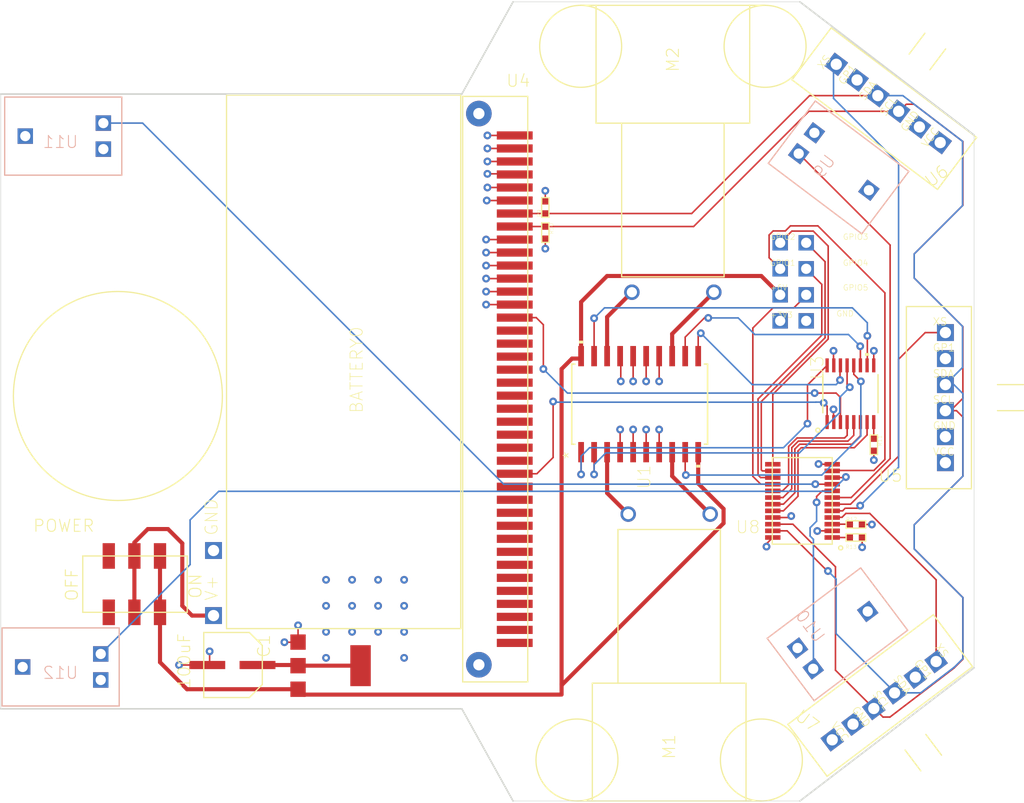
<source format=kicad_pcb>
(kicad_pcb (version 20211014) (generator pcbnew)
  (layers (0 "F.Cu" signal) (1 "In1.Cu" signal) (2 "In2.Cu" signal) (31 "B.Cu" signal) (34 "B.Paste" user) (35 "F.Paste" user) (36 "B.SilkS" user "B.Silkscreen") (37 "F.SilkS" user "F.Silkscreen") (38 "B.Mask" user) (39 "F.Mask" user) (44 "Edge.Cuts" user))
  (net 0 "")
  (net 1 "N$5")
  (net 2 "N$6")
  (net 3 "N$7")
  (net 4 "N$8")
  (net 5 "GND")
  (net 6 "+3V3")
  (net 7 "+5V")
  (net 8 "N$1")
  (net 9 "N$2")
  (net 10 "N$3")
  (net 11 "N$4")
  (net 12 "N$10")
  (net 13 "N$12")
  (net 14 "N$14")
  (net 15 "N$16")
  (net 16 "N$17")
  (net 17 "N$9")
  (net 18 "N$11")
  (net 19 "SCL")
  (net 20 "SDA")
  (net 21 "XS1")
  (net 22 "XS2")
  (net 23 "XS3")
  (net 24 "NW")
  (net 25 "NE")
  (net 26 "SW")
  (net 27 "SE")
  (net 28 "N$13")
  (net 29 "IO1")
  (net 30 "IO2")
  (net 31 "IO3")
  (net 32 "IO4")
  (net 33 "IO5")
  (net 34 "INPUT_1")
  (net 35 "INPUT_2")
  (net 36 "INPUT_3")
  (net 37 "INPUT_4")
  (footprint "SO-20" (layer "F.Cu") (at 163.3581 105.2686 90)
    (fp_text reference "U1")
    (fp_text value "L293DD" hide)
  )
  (footprint "VL53LOX" (layer "F.Cu") (at 193.2031 110.9836 180)
    (fp_text reference "U5")
    (fp_text value "VL53LOX - Right" hide)
  )
  (footprint "24-TSSOP" (layer "F.Cu") (at 182.1541 118.2861 180)
    (fp_text reference "U8")
    (fp_text value "TCA9539PWR" hide)
  )
  (footprint "" (layer "F.Cu") (at 103.5411 86.7836)
    (fp_text reference "@HOLE0" hide)
    (fp_text value "")
  )
  (footprint "" (layer "F.Cu") (at 103.5411 123.2236)
    (fp_text reference "@HOLE1" hide)
    (fp_text value "")
  )
  (footprint "N20-MOTOR-BRACKET" (layer "F.Cu") (at 157.2411 140.0036 90)
    (fp_text reference "M1")
    (fp_text value "N20_MOTOR" hide)
  )
  (footprint "RES_0402" (layer "F.Cu") (at 154.1506 87.9331 -90)
    (fp_text reference "R10")
    (fp_text value "10k" hide)
  )
  (footprint "RES_0402" (layer "F.Cu") (at 183.8686 118.2861)
    (fp_text reference "R13")
    (fp_text value "10k" hide)
  )
  (footprint "CYCLONE_MICROBIT_VERTICAL" (layer "F.Cu") (at 151.1661 79.0431 -90)
    (fp_text reference "U4")
    (fp_text value "BBC Micro:bit" hide)
  )
  (footprint "N20-MOTOR-BRACKET" (layer "F.Cu") (at 175.6011 70.3436 -90)
    (fp_text reference "M2")
    (fp_text value "N20_MOTOR" hide)
  )
  (footprint "" (layer "F.Cu") (at 193.0011 118.2236)
    (fp_text reference "@HOLE3" hide)
    (fp_text value "")
  )
  (footprint "RES_0402" (layer "F.Cu") (at 154.1506 86.6631 90)
    (fp_text reference "R9")
    (fp_text value "10k" hide)
  )
  (footprint "ALUMINUM_WURTH_100UF_865080243007" (layer "F.Cu") (at 125.2581 130.7321 -90)
    (fp_text reference "C1")
    (fp_text value "100uF")
  )
  (footprint "PW16-L" (layer "F.Cu") (at 183.9321 104.2526 90)
    (fp_text reference "U3")
    (fp_text value "TXB0106PWRPW16-L" hide)
  )
  (footprint "VL53LOX" (layer "F.Cu") (at 182.1541 138.0346 127)
    (fp_text reference "U7")
    (fp_text value "VL53LOX - Left" hide)
  )
  (footprint "CASTER" (layer "F.Cu") (at 112.4311 94.4736)
    (fp_text reference "U$1" hide)
    (fp_text value "CASTER" hide)
  )
  (footprint "RES_0402" (layer "F.Cu") (at 183.8686 117.0161)
    (fp_text reference "R12")
    (fp_text value "10k" hide)
  )
  (footprint "SUMO_IO" (layer "F.Cu") (at 177.0741 97.1406 90)
    (fp_text reference "U$3" hide)
    (fp_text value "SUMO_IO" hide)
  )
  (footprint "" (layer "F.Cu") (at 193.0011 91.7836)
    (fp_text reference "@HOLE2" hide)
    (fp_text value "")
  )
  (footprint "SOT-223" (layer "F.Cu") (at 136.1166 130.7956 -90)
    (fp_text reference "U2" hide)
    (fp_text value "" hide)
  )
  (footprint "SWITCH_JS202011SCQN" (layer "F.Cu") (at 111.5421 125.5886 90)
    (fp_text reference "S1" hide)
    (fp_text value "POWER")
  )
  (footprint "BATTERY_HOLDER_AAA_2X2" (layer "F.Cu") (at 145.8956 127.1761 90)
    (fp_text reference "BATTERY0")
    (fp_text value "BATTERY_HOLDER_AAA_2X2" hide)
  )
  (footprint "RES_0402" (layer "F.Cu") (at 186.2181 108.6341 -90)
    (fp_text reference "R11")
    (fp_text value "10k" hide)
  )
  (footprint "VL53LOX" (layer "F.Cu") (at 192.6951 79.7416 -127)
    (fp_text reference "U6")
    (fp_text value "VL53LOX - Center" hide)
  )
  (footprint "QRE1113_MODULE" (layer "B.Cu") (at 180.5031 75.6776 -37)
    (fp_text reference "U9")
    (fp_text value "NW" hide)
  )
  (footprint "QRE1113_MODULE" (layer "B.Cu") (at 175.8041 128.1286 37)
    (fp_text reference "U10")
    (fp_text value "NE" hide)
  )
  (footprint "QRE1113_MODULE" (layer "B.Cu") (at 112.8121 82.9166 180)
    (fp_text reference "U11")
    (fp_text value "SW" hide)
  )
  (footprint "QRE1113_MODULE" (layer "B.Cu") (at 112.5581 134.7326 180)
    (fp_text reference "U12")
    (fp_text value "SE" hide)
  )
  (gr_line (start 101.0011 135.0036) (end 146.0011 135.0036) (layer "Edge.Cuts") (width 0.1524))
  (gr_line (start 146.0011 135.0036) (end 151.0011 144.0036) (layer "Edge.Cuts") (width 0.1524))
  (gr_line (start 146.0011 75.0036) (end 101.0011 75.0036) (layer "Edge.Cuts") (width 0.1524))
  (gr_line (start 179.0011 144.0036) (end 196.0011 131.0036) (layer "Edge.Cuts") (width 0.1524))
  (gr_line (start 196.0011 131.0036) (end 196.0011 79.0036) (layer "Edge.Cuts") (width 0.05))
  (gr_line (start 179.0011 66.0036) (end 151.0011 66.0036) (layer "Edge.Cuts") (width 0.05))
  (gr_line (start 101.0011 75.0036) (end 101.0011 135.0036) (layer "Edge.Cuts") (width 0.05))
  (gr_line (start 179.0011 66.0036) (end 196.0011 79.0036) (layer "Edge.Cuts") (width 0.1524))
  (gr_line (start 146.0011 75.0036) (end 151.0011 66.0036) (layer "Edge.Cuts") (width 0.1524))
  (gr_line (start 151.0011 144.0036) (end 179.0011 144.0036) (layer "Edge.Cuts") (width 0.05))
  (segment (start 160.1831 113.9456) (end 162.2411 116.0036) (width 0.4) (layer "F.Cu") (net 1))
  (segment (start 160.1831 109.9549) (end 160.1831 113.9456) (width 0.4) (layer "F.Cu") (net 1))
  (segment (start 166.5331 112.2956) (end 170.2411 116.0036) (width 0.4) (layer "F.Cu") (net 2))
  (segment (start 166.5331 109.9549) (end 166.5331 112.2956) (width 0.4) (layer "F.Cu") (net 2))
  (segment (start 166.5331 100.5823) (end 166.5331 98.4116) (width 0.4) (layer "F.Cu") (net 3))
  (segment (start 166.5331 98.4116) (end 170.6011 94.3436) (width 0.4) (layer "F.Cu") (net 3))
  (segment (start 160.1831 96.7616) (end 162.6011 94.3436) (width 0.4) (layer "F.Cu") (net 4))
  (segment (start 160.1831 100.5823) (end 160.1831 96.7616) (width 0.4) (layer "F.Cu") (net 4))
  (segment (start 151.1661 84.1231) (end 148.4991 84.1231) (width 0.1524) (layer "F.Cu") (net 5))
  (segment (start 151.1026 82.7896) (end 148.4991 82.7896) (width 0.1524) (layer "F.Cu") (net 5))
  (segment (start 151.1661 82.8531) (end 151.1026 82.7896) (width 0.1524) (layer "F.Cu") (net 5))
  (segment (start 180.7086 117.6361) (end 180.6936 117.6511) (width 0.1524) (layer "F.Cu") (net 5))
  (segment (start 162.7231 100.5823) (end 162.7231 103.0461) (width 0.1524) (layer "F.Cu") (net 5))
  (segment (start 165.2631 100.5823) (end 165.2631 103.0461) (width 0.1524) (layer "F.Cu") (net 5))
  (segment (start 121.3846 129.3986) (end 121.3846 130.5056) (width 0.1524) (layer "F.Cu") (net 5))
  (segment (start 151.1661 81.5831) (end 148.4991 81.5831) (width 0.1524) (layer "F.Cu") (net 5))
  (segment (start 121.3846 130.5056) (end 121.1581 130.7321) (width 0.1524) (layer "F.Cu") (net 5))
  (segment (start 161.4531 109.9549) (end 161.4531 107.7451) (width 0.1524) (layer "F.Cu") (net 5))
  (segment (start 162.7231 109.9549) (end 162.7231 107.7451) (width 0.1524) (layer "F.Cu") (net 5))
  (segment (start 130.0166 126.8626) (end 130.0206 126.8586) (width 0.1524) (layer "F.Cu") (net 5))
  (segment (start 151.1661 85.3931) (end 148.4356 85.3931) (width 0.1524) (layer "F.Cu") (net 5))
  (segment (start 151.1661 79.0431) (end 148.4991 79.0431) (width 0.1524) (layer "F.Cu") (net 5))
  (segment (start 163.9931 100.5823) (end 163.9931 103.0461) (width 0.1524) (layer "F.Cu") (net 5))
  (segment (start 161.4531 100.5823) (end 161.5166 100.6458) (width 0.1524) (layer "F.Cu") (net 5))
  (segment (start 186.2071 101.4832) (end 186.2071 100.0726) (width 0.1524) (layer "F.Cu") (net 5))
  (segment (start 182.1541 117.6361) (end 180.7086 117.6361) (width 0.1524) (layer "F.Cu") (net 5))
  (segment (start 163.9931 109.9549) (end 163.9931 107.7451) (width 0.1524) (layer "F.Cu") (net 5))
  (segment (start 176.3541 116.3361) (end 178.0081 116.3361) (width 0.1524) (layer "F.Cu") (net 5))
  (segment (start 182.1541 111.1361) (end 180.8461 111.1361) (width 0.1524) (layer "F.Cu") (net 5))
  (segment (start 151.1661 80.3131) (end 148.4991 80.3131) (width 0.1524) (layer "F.Cu") (net 5))
  (segment (start 121.1581 130.7321) (end 118.4001 130.7321) (width 0.1524) (layer "F.Cu") (net 5))
  (segment (start 161.5166 100.6458) (end 161.5166 103.0461) (width 0.1524) (layer "F.Cu") (net 5))
  (segment (start 165.2631 109.9549) (end 165.2631 107.7451) (width 0.1524) (layer "F.Cu") (net 5))
  (segment (start 178.0081 116.3361) (end 178.1536 116.1906) (width 0.1524) (layer "F.Cu") (net 5))
  (segment (start 186.2071 100.0726) (end 186.2181 100.0616) (width 0.1524) (layer "F.Cu") (net 5))
  (segment (start 130.0026 128.5096) (end 130.0166 128.4956) (width 0.1524) (layer "F.Cu") (net 5))
  (segment (start 128.6871 128.5096) (end 130.0026 128.5096) (width 0.1524) (layer "F.Cu") (net 5))
  (segment (start 130.0166 128.4956) (end 130.0166 126.8626) (width 0.1524) (layer "F.Cu") (net 5))
  (segment (start 180.8461 111.1361) (end 180.8206 111.1106) (width 0.1524) (layer "F.Cu") (net 5))
  (via (at 148.4991 84.1231) (size 0.7564) (drill 0.35) (layers "F.Cu" "B.Cu") (net 5))
  (via (at 161.4531 107.7451) (size 0.7564) (drill 0.35) (layers "F.Cu" "B.Cu") (net 5))
  (via (at 148.4991 81.5831) (size 0.7564) (drill 0.35) (layers "F.Cu" "B.Cu") (net 5))
  (via (at 118.4001 130.7321) (size 0.7564) (drill 0.35) (layers "F.Cu" "B.Cu") (net 5))
  (via (at 121.3846 129.3986) (size 0.7564) (drill 0.35) (layers "F.Cu" "B.Cu") (net 5))
  (via (at 186.2181 100.0616) (size 0.7564) (drill 0.35) (layers "F.Cu" "B.Cu") (net 5))
  (via (at 180.6936 117.6511) (size 0.7564) (drill 0.35) (layers "F.Cu" "B.Cu") (net 5))
  (via (at 163.9931 107.7451) (size 0.7564) (drill 0.35) (layers "F.Cu" "B.Cu") (net 5))
  (via (at 148.4991 80.3131) (size 0.7564) (drill 0.35) (layers "F.Cu" "B.Cu") (net 5))
  (via (at 165.2631 107.7451) (size 0.7564) (drill 0.35) (layers "F.Cu" "B.Cu") (net 5))
  (via (at 130.0206 126.8586) (size 0.7564) (drill 0.35) (layers "F.Cu" "B.Cu") (net 5))
  (via (at 165.2631 103.0461) (size 0.7564) (drill 0.35) (layers "F.Cu" "B.Cu") (net 5))
  (via (at 161.5166 103.0461) (size 0.7564) (drill 0.35) (layers "F.Cu" "B.Cu") (net 5))
  (via (at 162.7231 103.0461) (size 0.7564) (drill 0.35) (layers "F.Cu" "B.Cu") (net 5))
  (via (at 148.4356 85.3931) (size 0.7564) (drill 0.35) (layers "F.Cu" "B.Cu") (net 5))
  (via (at 178.1536 116.1906) (size 0.7564) (drill 0.35) (layers "F.Cu" "B.Cu") (net 5))
  (via (at 128.6871 128.5096) (size 0.7564) (drill 0.35) (layers "F.Cu" "B.Cu") (net 5))
  (via (at 162.7231 107.7451) (size 0.7564) (drill 0.35) (layers "F.Cu" "B.Cu") (net 5))
  (via (at 163.9931 103.0461) (size 0.7564) (drill 0.35) (layers "F.Cu" "B.Cu") (net 5))
  (via (at 180.8206 111.1106) (size 0.7564) (drill 0.35) (layers "F.Cu" "B.Cu") (net 5))
  (via (at 148.4991 82.7896) (size 0.7564) (drill 0.35) (layers "F.Cu" "B.Cu") (net 5))
  (via (at 148.4991 79.0431) (size 0.7564) (drill 0.35) (layers "F.Cu" "B.Cu") (net 5))
  (segment (start 182.2811 106.996) (end 182.2811 105.7766) (width 0.1524) (layer "F.Cu") (net 6))
  (segment (start 151.1661 95.5531) (end 148.3721 95.5531) (width 0.1524) (layer "F.Cu") (net 6))
  (segment (start 151.1661 93.0131) (end 148.3721 93.0131) (width 0.1524) (layer "F.Cu") (net 6))
  (segment (start 151.1661 89.2031) (end 148.3721 89.2031) (width 0.1524) (layer "F.Cu") (net 6))
  (segment (start 186.2181 109.8281) (end 186.2181 110.7296) (width 0.1524) (layer "F.Cu") (net 6))
  (segment (start 154.1506 89.1271) (end 154.1506 90.0921) (width 0.1524) (layer "F.Cu") (net 6))
  (segment (start 185.0751 118.2986) (end 185.0751 119.2386) (width 0.1524) (layer "F.Cu") (net 6))
  (segment (start 182.3071 107.022) (end 182.2811 106.996) (width 0.1524) (layer "F.Cu") (net 6))
  (segment (start 185.0626 117.0161) (end 186.0276 117.0161) (width 0.1524) (layer "F.Cu") (net 6))
  (segment (start 151.1661 91.7431) (end 148.3721 91.7431) (width 0.1524) (layer "F.Cu") (net 6))
  (segment (start 185.0626 118.2861) (end 185.0751 118.2986) (width 0.1524) (layer "F.Cu") (net 6))
  (segment (start 130.0166 130.7956) (end 136.1166 130.7956) (width 0.4) (layer "F.Cu") (net 6))
  (segment (start 175.7406 118.8996) (end 175.7406 119.1751) (width 0.1524) (layer "F.Cu") (net 6))
  (segment (start 129.9531 130.7321) (end 126.0581 130.7321) (width 0.4) (layer "F.Cu") (net 6))
  (segment (start 151.1661 90.4731) (end 148.3721 90.4731) (width 0.1524) (layer "F.Cu") (net 6))
  (segment (start 176.3541 118.2861) (end 175.7406 118.8996) (width 0.1524) (layer "F.Cu") (net 6))
  (segment (start 154.1506 85.4691) (end 154.1506 84.4406) (width 0.1524) (layer "F.Cu") (net 6))
  (segment (start 151.1661 94.2831) (end 148.3721 94.2831) (width 0.1524) (layer "F.Cu") (net 6))
  (segment (start 129.9531 130.7321) (end 130.0166 130.7956) (width 0.1524) (layer "F.Cu") (net 6))
  (via (at 186.2181 110.7296) (size 0.7564) (drill 0.35) (layers "F.Cu" "B.Cu") (net 6))
  (via (at 148.3721 90.4731) (size 0.7564) (drill 0.35) (layers "F.Cu" "B.Cu") (net 6))
  (via (at 137.8311 124.9536) (size 0.7564) (drill 0.35) (layers "F.Cu" "B.Cu") (net 6))
  (via (at 135.2911 124.9536) (size 0.7564) (drill 0.35) (layers "F.Cu" "B.Cu") (net 6))
  (via (at 182.2811 105.7766) (size 0.7564) (drill 0.35) (layers "F.Cu" "B.Cu") (net 6))
  (via (at 154.1506 84.4406) (size 0.7564) (drill 0.35) (layers "F.Cu" "B.Cu") (net 6))
  (via (at 140.3711 130.0336) (size 0.7564) (drill 0.35) (layers "F.Cu" "B.Cu") (net 6))
  (via (at 140.3711 124.9536) (size 0.7564) (drill 0.35) (layers "F.Cu" "B.Cu") (net 6))
  (via (at 135.2911 127.4936) (size 0.7564) (drill 0.35) (layers "F.Cu" "B.Cu") (net 6))
  (via (at 135.2911 122.4136) (size 0.7564) (drill 0.35) (layers "F.Cu" "B.Cu") (net 6))
  (via (at 148.3721 91.7431) (size 0.7564) (drill 0.35) (layers "F.Cu" "B.Cu") (net 6))
  (via (at 132.7511 127.4936) (size 0.7564) (drill 0.35) (layers "F.Cu" "B.Cu") (net 6))
  (via (at 148.3721 95.5531) (size 0.7564) (drill 0.35) (layers "F.Cu" "B.Cu") (net 6))
  (via (at 137.8311 122.4136) (size 0.7564) (drill 0.35) (layers "F.Cu" "B.Cu") (net 6))
  (via (at 185.0751 119.2386) (size 0.7564) (drill 0.35) (layers "F.Cu" "B.Cu") (net 6))
  (via (at 154.1506 90.0921) (size 0.7564) (drill 0.35) (layers "F.Cu" "B.Cu") (net 6))
  (via (at 132.7511 124.9536) (size 0.7564) (drill 0.35) (layers "F.Cu" "B.Cu") (net 6))
  (via (at 175.7406 119.1751) (size 0.7564) (drill 0.35) (layers "F.Cu" "B.Cu") (net 6))
  (via (at 140.3711 122.4136) (size 0.7564) (drill 0.35) (layers "F.Cu" "B.Cu") (net 6))
  (via (at 140.3711 127.4936) (size 0.7564) (drill 0.35) (layers "F.Cu" "B.Cu") (net 6))
  (via (at 132.7511 130.0336) (size 0.7564) (drill 0.35) (layers "F.Cu" "B.Cu") (net 6))
  (via (at 137.8311 127.4936) (size 0.7564) (drill 0.35) (layers "F.Cu" "B.Cu") (net 6))
  (via (at 148.3721 89.2031) (size 0.7564) (drill 0.35) (layers "F.Cu" "B.Cu") (net 6))
  (via (at 132.7511 122.4136) (size 0.7564) (drill 0.35) (layers "F.Cu" "B.Cu") (net 6))
  (via (at 186.0276 117.0161) (size 0.7564) (drill 0.35) (layers "F.Cu" "B.Cu") (net 6))
  (via (at 148.3721 93.0131) (size 0.7564) (drill 0.35) (layers "F.Cu" "B.Cu") (net 6))
  (via (at 148.3721 94.2831) (size 0.7564) (drill 0.35) (layers "F.Cu" "B.Cu") (net 6))
  (segment (start 171.5496 116.8891) (end 171.5496 115.4921) (width 0.4) (layer "F.Cu") (net 7))
  (segment (start 157.6431 100.5823) (end 157.4018 100.8236) (width 0.1524) (layer "F.Cu") (net 7))
  (segment (start 155.7381 133.6202) (end 155.6111 133.6202) (width 0.1524) (layer "F.Cu") (net 7))
  (segment (start 130.0166 133.0956) (end 130.5412 133.6202) (width 0.1524) (layer "F.Cu") (net 7))
  (segment (start 119.1761 133.0956) (end 130.0166 133.0956) (width 0.4) (layer "F.Cu") (net 7))
  (segment (start 155.7381 132.6371) (end 155.7381 133.6202) (width 0.4) (layer "F.Cu") (net 7))
  (segment (start 157.4018 100.8236) (end 156.7541 100.8236) (width 0.4) (layer "F.Cu") (net 7))
  (segment (start 155.8016 132.6371) (end 171.5496 116.8891) (width 0.4) (layer "F.Cu") (net 7))
  (segment (start 155.7381 132.5736) (end 155.7381 132.6371) (width 0.1524) (layer "F.Cu") (net 7))
  (segment (start 160.1831 92.7591) (end 157.6431 95.2991) (width 0.4) (layer "F.Cu") (net 7))
  (segment (start 156.7541 100.8236) (end 155.7381 101.8396) (width 0.4) (layer "F.Cu") (net 7))
  (segment (start 155.7381 132.6371) (end 155.8016 132.6371) (width 0.4) (layer "F.Cu") (net 7))
  (segment (start 182.2811 101.457197) (end 182.2811 100.0616) (width 0.1524) (layer "F.Cu") (net 7))
  (segment (start 175.2326 92.7591) (end 160.1831 92.7591) (width 0.4) (layer "F.Cu") (net 7))
  (segment (start 116.5421 130.4616) (end 119.1761 133.0956) (width 0.4) (layer "F.Cu") (net 7))
  (segment (start 169.0731 113.0156) (end 169.0731 109.9549) (width 0.4) (layer "F.Cu") (net 7))
  (segment (start 157.6431 95.2991) (end 157.6431 100.5823) (width 0.4) (layer "F.Cu") (net 7))
  (segment (start 130.5412 133.6202) (end 155.6111 133.6202) (width 0.4) (layer "F.Cu") (net 7))
  (segment (start 177.0741 94.6006) (end 175.2326 92.7591) (width 0.4) (layer "F.Cu") (net 7))
  (segment (start 155.7381 101.8396) (end 155.7381 132.5736) (width 0.4) (layer "F.Cu") (net 7))
  (segment (start 116.5421 125.5886) (end 116.5421 130.4616) (width 0.4) (layer "F.Cu") (net 7))
  (segment (start 116.5421 120.0886) (end 116.5421 125.5886) (width 0.4) (layer "F.Cu") (net 7))
  (segment (start 182.307103 101.4832) (end 182.2811 101.457197) (width 0.1524) (layer "F.Cu") (net 7))
  (segment (start 171.5496 115.4921) (end 169.0731 113.0156) (width 0.4) (layer "F.Cu") (net 7))
  (via (at 182.2811 100.0616) (size 0.7564) (drill 0.35) (layers "F.Cu" "B.Cu") (net 7))
  (segment (start 179.7411 103.3992) (end 179.7411 107.1736) (width 0.1524) (layer "F.Cu") (net 8))
  (segment (start 157.6431 109.9549) (end 157.6431 112.1266) (width 0.1524) (layer "F.Cu") (net 8))
  (segment (start 181.6571 101.4832) (end 179.7411 103.3992) (width 0.1524) (layer "F.Cu") (net 8))
  (via (at 157.6431 112.1266) (size 0.7564) (drill 0.35) (layers "F.Cu" "B.Cu") (net 8))
  (via (at 179.7411 107.1736) (size 0.7564) (drill 0.35) (layers "F.Cu" "B.Cu") (net 8))
  (segment (start 158.4686 109.5231) (end 157.6431 110.3486) (width 0.1524) (layer "B.Cu") (net 8))
  (segment (start 157.6431 110.3486) (end 157.6431 112.1266) (width 0.1524) (layer "B.Cu") (net 8))
  (segment (start 177.3916 109.5231) (end 158.4686 109.5231) (width 0.1524) (layer "B.Cu") (net 8))
  (segment (start 179.7411 107.1736) (end 177.3916 109.5231) (width 0.1524) (layer "B.Cu") (net 8))
  (segment (start 182.9161 101.5242) (end 182.9571 101.4832) (width 0.1524) (layer "F.Cu") (net 9))
  (segment (start 169.0731 98.6011) (end 169.3271 98.3471) (width 0.1524) (layer "F.Cu") (net 9))
  (segment (start 169.0731 100.5823) (end 169.0731 98.6011) (width 0.1524) (layer "F.Cu") (net 9))
  (segment (start 182.9161 102.9191) (end 182.9161 101.5242) (width 0.1524) (layer "F.Cu") (net 9))
  (via (at 169.3271 98.3471) (size 0.7564) (drill 0.35) (layers "F.Cu" "B.Cu") (net 9))
  (via (at 182.9161 102.9191) (size 0.7564) (drill 0.35) (layers "F.Cu" "B.Cu") (net 9))
  (segment (start 182.5351 103.3636) (end 182.9161 102.9826) (width 0.1524) (layer "B.Cu") (net 9))
  (segment (start 174.3436 103.3636) (end 182.5351 103.3636) (width 0.1524) (layer "B.Cu") (net 9))
  (segment (start 169.3271 98.3471) (end 174.3436 103.3636) (width 0.1524) (layer "B.Cu") (net 9))
  (segment (start 182.9161 102.9826) (end 182.9161 102.9191) (width 0.1524) (layer "B.Cu") (net 9))
  (segment (start 183.607103 103.356104) (end 183.8686 103.6176) (width 0.1524) (layer "F.Cu") (net 10))
  (segment (start 183.607103 101.4832) (end 183.607103 103.356104) (width 0.1524) (layer "F.Cu") (net 10))
  (segment (start 158.9131 109.9549) (end 158.9131 112.1266) (width 0.1524) (layer "F.Cu") (net 10))
  (via (at 158.9131 112.1266) (size 0.7564) (drill 0.35) (layers "F.Cu" "B.Cu") (net 10))
  (via (at 183.8686 103.6176) (size 0.7564) (drill 0.35) (layers "F.Cu" "B.Cu") (net 10))
  (segment (start 182.8879 106.09145) (end 178.94825 110.0311) (width 0.1524) (layer "B.Cu") (net 10))
  (segment (start 182.8879 104.5983) (end 182.8879 106.09145) (width 0.1524) (layer "B.Cu") (net 10))
  (segment (start 158.9131 111.1741) (end 158.9131 112.1266) (width 0.1524) (layer "B.Cu") (net 10))
  (segment (start 178.94825 110.0311) (end 160.0561 110.0311) (width 0.1524) (layer "B.Cu") (net 10))
  (segment (start 183.8686 103.6176) (end 182.8879 104.5983) (width 0.1524) (layer "B.Cu") (net 10))
  (segment (start 160.0561 110.0311) (end 158.9131 111.1741) (width 0.1524) (layer "B.Cu") (net 10))
  (segment (start 167.8031 112.1266) (end 167.8031 109.9549) (width 0.1524) (layer "F.Cu") (net 11))
  (segment (start 184.2571 102.3551) (end 184.9481 103.0461) (width 0.1524) (layer "F.Cu") (net 11))
  (segment (start 167.8666 112.1901) (end 167.8031 112.1266) (width 0.1524) (layer "F.Cu") (net 11))
  (segment (start 184.2571 101.4832) (end 184.2571 102.3551) (width 0.1524) (layer "F.Cu") (net 11))
  (via (at 167.8666 112.1901) (size 0.7564) (drill 0.35) (layers "F.Cu" "B.Cu") (net 11))
  (via (at 184.9481 103.0461) (size 0.7564) (drill 0.35) (layers "F.Cu" "B.Cu") (net 11))
  (segment (start 184.9481 108.3801) (end 181.1381 112.1901) (width 0.1524) (layer "B.Cu") (net 11))
  (segment (start 181.1381 112.1901) (end 167.8666 112.1901) (width 0.1524) (layer "B.Cu") (net 11))
  (segment (start 184.9481 103.0461) (end 184.9481 108.3801) (width 0.1524) (layer "B.Cu") (net 11))
  (segment (start 184.9071 99.6396) (end 184.9071 101.4832) (width 0.1524) (layer "F.Cu") (net 12))
  (segment (start 167.8031 100.5823) (end 167.8031 98.7281) (width 0.1524) (layer "F.Cu") (net 12))
  (segment (start 167.8031 98.7281) (end 169.86685 96.66435) (width 0.1524) (layer "F.Cu") (net 12))
  (segment (start 169.86685 96.66435) (end 170.05735 96.85485) (width 0.1524) (layer "F.Cu") (net 12))
  (segment (start 184.8846 99.6171) (end 184.9071 99.6396) (width 0.1524) (layer "F.Cu") (net 12))
  (via (at 170.05735 96.85485) (size 0.7564) (drill 0.35) (layers "F.Cu" "B.Cu") (net 12))
  (via (at 184.8846 99.6171) (size 0.7564) (drill 0.35) (layers "F.Cu" "B.Cu") (net 12))
  (segment (start 183.7416 98.4741) (end 184.8846 99.6171) (width 0.1524) (layer "B.Cu") (net 12))
  (segment (start 170.05735 96.85485) (end 172.97835 96.85485) (width 0.1524) (layer "B.Cu") (net 12))
  (segment (start 174.5976 98.4741) (end 172.97835 96.85485) (width 0.1524) (layer "B.Cu") (net 12))
  (segment (start 174.5976 98.4741) (end 183.7416 98.4741) (width 0.1524) (layer "B.Cu") (net 12))
  (segment (start 185.5831 98.6011) (end 185.5831 101.4572) (width 0.1524) (layer "F.Cu") (net 13))
  (segment (start 158.9131 100.5823) (end 158.9131 96.8866) (width 0.1524) (layer "F.Cu") (net 13))
  (segment (start 185.5831 101.4572) (end 185.5571 101.4832) (width 0.1524) (layer "F.Cu") (net 13))
  (via (at 185.5831 98.6011) (size 0.7564) (drill 0.35) (layers "F.Cu" "B.Cu") (net 13))
  (via (at 158.9131 96.8866) (size 0.7564) (drill 0.35) (layers "F.Cu" "B.Cu") (net 13))
  (segment (start 185.5831 97.3311) (end 185.5831 98.6011) (width 0.1524) (layer "B.Cu") (net 13))
  (segment (start 158.9131 96.8866) (end 159.9291 95.8706) (width 0.1524) (layer "B.Cu") (net 13))
  (segment (start 159.9291 95.8706) (end 184.1226 95.8706) (width 0.1524) (layer "B.Cu") (net 13))
  (segment (start 184.1226 95.8706) (end 185.5831 97.3311) (width 0.1524) (layer "B.Cu") (net 13))
  (segment (start 186.2181 108.6341) (end 186.2071 108.6231) (width 0.1524) (layer "F.Cu") (net 14))
  (segment (start 186.2071 108.6231) (end 186.2071 107.022) (width 0.1524) (layer "F.Cu") (net 14))
  (segment (start 183.8386 116.9861) (end 183.8686 117.0161) (width 0.1524) (layer "F.Cu") (net 15))
  (segment (start 182.1541 116.9861) (end 183.8386 116.9861) (width 0.1524) (layer "F.Cu") (net 15))
  (segment (start 182.1541 118.2861) (end 183.8686 118.2861) (width 0.1524) (layer "F.Cu") (net 16))
  (segment (start 151.1661 112.0631) (end 153.3251 112.0631) (width 0.1524) (layer "F.Cu") (net 17))
  (segment (start 181.6571 105.4701) (end 181.6571 107.022) (width 0.1524) (layer "F.Cu") (net 17))
  (segment (start 154.9126 105.0146) (end 154.9126 110.4756) (width 0.1524) (layer "F.Cu") (net 17))
  (segment (start 154.9126 110.4756) (end 153.3251 112.0631) (width 0.1524) (layer "F.Cu") (net 17))
  (segment (start 181.3286 105.1416) (end 181.6571 105.4701) (width 0.1524) (layer "F.Cu") (net 17))
  (via (at 154.9126 105.0146) (size 0.7564) (drill 0.35) (layers "F.Cu" "B.Cu") (net 17))
  (via (at 181.3286 105.1416) (size 0.7564) (drill 0.35) (layers "F.Cu" "B.Cu") (net 17))
  (segment (start 180.551362 105.0781) (end 180.558981 105.070482) (width 0.1524) (layer "B.Cu") (net 17))
  (segment (start 181.257481 105.070482) (end 181.3286 105.1416) (width 0.1524) (layer "B.Cu") (net 17))
  (segment (start 154.9126 105.0146) (end 154.9761 105.0781) (width 0.1524) (layer "B.Cu") (net 17))
  (segment (start 180.551362 105.0781) (end 154.9761 105.0781) (width 0.1524) (layer "B.Cu") (net 17))
  (segment (start 180.558981 105.070482) (end 181.257481 105.070482) (width 0.1524) (layer "B.Cu") (net 17))
  (segment (start 182.5351 104.1891) (end 180.4396 104.1891) (width 0.1524) (layer "F.Cu") (net 18))
  (segment (start 153.9601 97.5216) (end 153.9601 101.8396) (width 0.1524) (layer "F.Cu") (net 18))
  (segment (start 182.9571 104.6111) (end 182.5351 104.1891) (width 0.1524) (layer "F.Cu") (net 18))
  (segment (start 151.1661 96.8231) (end 153.2616 96.8231) (width 0.1524) (layer "F.Cu") (net 18))
  (segment (start 153.2616 96.8231) (end 153.9601 97.5216) (width 0.1524) (layer "F.Cu") (net 18))
  (segment (start 182.9571 107.022) (end 182.9571 104.6111) (width 0.1524) (layer "F.Cu") (net 18))
  (via (at 153.9601 101.8396) (size 0.7564) (drill 0.35) (layers "F.Cu" "B.Cu") (net 18))
  (via (at 180.4396 104.1891) (size 0.7564) (drill 0.35) (layers "F.Cu" "B.Cu") (net 18))
  (segment (start 153.9601 101.8396) (end 156.3096 104.1891) (width 0.1524) (layer "B.Cu") (net 18))
  (segment (start 156.3096 104.1891) (end 180.4396 104.1891) (width 0.1524) (layer "B.Cu") (net 18))
  (segment (start 179.875031 76.684382) (end 168.626312 87.9331) (width 0.1524) (layer "F.Cu") (net 19))
  (segment (start 194.9089 79.639263) (end 194.9089 85.856319) (width 0.1524) (layer "F.Cu") (net 19))
  (segment (start 182.4716 131.237816) (end 186.211165 134.977382) (width 0.1524) (layer "F.Cu") (net 19))
  (segment (start 189.3931 75.9951) (end 190.143456 75.9951) (width 0.1524) (layer "F.Cu") (net 19))
  (segment (start 190.1589 119.400882) (end 194.9089 124.150882) (width 0.1524) (layer "F.Cu") (net 19))
  (segment (start 194.9089 106.5299) (end 194.9089 112.296319) (width 0.1524) (layer "F.Cu") (net 19))
  (segment (start 194.9089 130.168288) (end 194.060384 131.016804) (width 0.1524) (layer "F.Cu") (net 19))
  (segment (start 194.9089 104.6971) (end 193.7024 105.9036) (width 0.1524) (layer "F.Cu") (net 19))
  (segment (start 188.703818 76.684382) (end 189.3931 75.9951) (width 0.1524) (layer "F.Cu") (net 19))
  (segment (start 193.7024 105.9036) (end 193.2031 105.9036) (width 0.1524) (layer "F.Cu") (net 19))
  (segment (start 194.9089 85.856319) (end 190.1589 90.606319) (width 0.1524) (layer "F.Cu") (net 19))
  (segment (start 193.2031 105.9036) (end 194.2826 105.9036) (width 0.1524) (layer "F.Cu") (net 19))
  (segment (start 186.338165 135.040882) (end 186.274665 135.040882) (width 0.1524) (layer "F.Cu") (net 19))
  (segment (start 154.1506 87.9331) (end 168.626312 87.9331) (width 0.1524) (layer "F.Cu") (net 19))
  (segment (start 194.060384 131.016804) (end 187.789609 135.8121) (width 0.1524) (layer "F.Cu") (net 19))
  (segment (start 190.1589 92.960882) (end 194.9089 97.710882) (width 0.1524) (layer "F.Cu") (net 19))
  (segment (start 182.4716 121.1436) (end 182.4716 131.237816) (width 0.1524) (layer "F.Cu") (net 19))
  (segment (start 187.109384 135.8121) (end 186.338165 135.040882) (width 0.1524) (layer "F.Cu") (net 19))
  (segment (start 194.9089 112.296319) (end 190.1589 117.046319) (width 0.1524) (layer "F.Cu") (net 19))
  (segment (start 194.9089 97.710882) (end 194.9089 104.6971) (width 0.1524) (layer "F.Cu") (net 19))
  (segment (start 194.2826 105.9036) (end 194.9089 106.5299) (width 0.1524) (layer "F.Cu") (net 19))
  (segment (start 178.3141 116.9861) (end 182.4716 121.1436) (width 0.1524) (layer "F.Cu") (net 19))
  (segment (start 190.1589 117.046319) (end 190.1589 119.400882) (width 0.1524) (layer "F.Cu") (net 19))
  (segment (start 188.638031 76.684382) (end 188.703818 76.684382) (width 0.1524) (layer "F.Cu") (net 19))
  (segment (start 179.875031 76.684382) (end 188.638031 76.684382) (width 0.1524) (layer "F.Cu") (net 19))
  (segment (start 194.9089 124.150882) (end 194.9089 130.168288) (width 0.1524) (layer "F.Cu") (net 19))
  (segment (start 190.1589 90.606319) (end 190.1589 92.960882) (width 0.1524) (layer "F.Cu") (net 19))
  (segment (start 187.109384 135.8121) (end 187.789609 135.8121) (width 0.1524) (layer "F.Cu") (net 19))
  (segment (start 176.3541 116.9861) (end 178.3141 116.9861) (width 0.1524) (layer "F.Cu") (net 19))
  (segment (start 186.211165 134.977382) (end 186.274665 135.040882) (width 0.1524) (layer "F.Cu") (net 19))
  (segment (start 190.143456 75.9951) (end 194.9089 79.639263) (width 0.1524) (layer "F.Cu") (net 19))
  (segment (start 151.1661 87.9331) (end 154.1506 87.9331) (width 0.1524) (layer "F.Cu") (net 19))
  (segment (start 181.7096 121.5881) (end 181.74135 121.55635) (width 0.1524) (layer "F.Cu") (net 20))
  (segment (start 176.3541 117.6361) (end 177.7576 117.6361) (width 0.1524) (layer "F.Cu") (net 20))
  (segment (start 168.4381 86.6631) (end 179.945428 75.155772) (width 0.1524) (layer "F.Cu") (net 20))
  (segment (start 154.1506 86.6631) (end 168.4381 86.6631) (width 0.1524) (layer "F.Cu") (net 20))
  (segment (start 186.609496 75.155772) (end 179.945428 75.155772) (width 0.1524) (layer "F.Cu") (net 20))
  (segment (start 177.7576 117.6361) (end 181.7096 121.5881) (width 0.1524) (layer "F.Cu") (net 20))
  (segment (start 151.1661 86.6631) (end 154.1506 86.6631) (width 0.1524) (layer "F.Cu") (net 20))
  (via (at 181.74135 121.55635) (size 0.7564) (drill 0.35) (layers "F.Cu" "B.Cu") (net 20))
  (segment (start 190.1589 90.606319) (end 190.1589 92.960882) (width 0.1524) (layer "B.Cu") (net 20))
  (segment (start 181.74135 121.55635) (end 182.5351 122.3501) (width 0.1524) (layer "B.Cu") (net 20))
  (segment (start 194.871846 79.610929) (end 194.871846 85.893372) (width 0.1524) (layer "B.Cu") (net 20))
  (segment (start 190.1589 117.046319) (end 190.1589 119.400882) (width 0.1524) (layer "B.Cu") (net 20))
  (segment (start 194.0286 103.3636) (end 194.9089 104.2439) (width 0.1524) (layer "B.Cu") (net 20))
  (segment (start 194.9089 130.1058) (end 194.0921 130.9226) (width 0.1524) (layer "B.Cu") (net 20))
  (segment (start 190.1589 92.960882) (end 194.871846 97.673829) (width 0.1524) (layer "B.Cu") (net 20))
  (segment (start 194.9089 112.296319) (end 190.1589 117.046319) (width 0.1524) (layer "B.Cu") (net 20))
  (segment (start 182.5351 127.670272) (end 188.3136 133.448772) (width 0.1524) (layer "B.Cu") (net 20))
  (segment (start 190.1589 119.400882) (end 194.9089 124.150882) (width 0.1524) (layer "B.Cu") (net 20))
  (segment (start 190.788643 133.448772) (end 188.3136 133.448772) (width 0.1524) (layer "B.Cu") (net 20))
  (segment (start 189.045875 75.155772) (end 194.871846 79.610929) (width 0.1524) (layer "B.Cu") (net 20))
  (segment (start 194.0921 130.9226) (end 190.788643 133.448772) (width 0.1524) (layer "B.Cu") (net 20))
  (segment (start 194.871846 85.893372) (end 190.1589 90.606319) (width 0.1524) (layer "B.Cu") (net 20))
  (segment (start 182.5351 122.3501) (end 182.5351 127.670272) (width 0.1524) (layer "B.Cu") (net 20))
  (segment (start 194.9089 104.2439) (end 194.9089 112.296319) (width 0.1524) (layer "B.Cu") (net 20))
  (segment (start 194.9089 124.150882) (end 194.9089 130.1058) (width 0.1524) (layer "B.Cu") (net 20))
  (segment (start 194.871846 97.673829) (end 194.871846 101.694854) (width 0.1524) (layer "B.Cu") (net 20))
  (segment (start 188.3136 133.448772) (end 188.2397 133.448772) (width 0.1524) (layer "B.Cu") (net 20))
  (segment (start 186.609496 75.155772) (end 189.045875 75.155772) (width 0.1524) (layer "B.Cu") (net 20))
  (segment (start 193.2031 103.3636) (end 194.0286 103.3636) (width 0.1524) (layer "B.Cu") (net 20))
  (segment (start 194.871846 101.694854) (end 193.2031 103.3636) (width 0.1524) (layer "B.Cu") (net 20))
  (segment (start 192.296768 122.414307) (end 192.296768 130.39155) (width 0.1524) (layer "F.Cu") (net 21))
  (segment (start 182.1541 116.3361) (end 182.1726 116.3176) (width 0.1524) (layer "F.Cu") (net 21))
  (segment (start 183.4876 115.9366) (end 185.819062 115.9366) (width 0.1524) (layer "F.Cu") (net 21))
  (segment (start 183.1066 116.3176) (end 183.4876 115.9366) (width 0.1524) (layer "F.Cu") (net 21))
  (segment (start 182.1726 116.3176) (end 183.1066 116.3176) (width 0.1524) (layer "F.Cu") (net 21))
  (segment (start 185.819062 115.9366) (end 192.296768 122.414307) (width 0.1524) (layer "F.Cu") (net 21))
  (segment (start 182.1541 115.6861) (end 183.1666 115.6861) (width 0.1524) (layer "F.Cu") (net 22))
  (segment (start 183.1666 115.6861) (end 183.4241 115.4286) (width 0.1524) (layer "F.Cu") (net 22))
  (segment (start 184.6306 115.4286) (end 184.8846 115.1746) (width 0.1524) (layer "F.Cu") (net 22))
  (segment (start 183.4241 115.4286) (end 184.6306 115.4286) (width 0.1524) (layer "F.Cu") (net 22))
  (via (at 184.8846 115.1746) (size 0.7564) (drill 0.35) (layers "F.Cu" "B.Cu") (net 22))
  (segment (start 184.8846 115.1746) (end 188.6311 111.4281) (width 0.1524) (layer "B.Cu") (net 22))
  (segment (start 188.6311 111.4281) (end 188.6311 81.7736) (width 0.1524) (layer "B.Cu") (net 22))
  (segment (start 188.6311 81.7736) (end 182.2811 75.4236) (width 0.1524) (layer "B.Cu") (net 22))
  (segment (start 182.2811 75.4236) (end 182.2811 72.369879) (width 0.1524) (layer "B.Cu") (net 22))
  (segment (start 182.2811 72.369879) (end 182.552428 72.09855) (width 0.1524) (layer "B.Cu") (net 22))
  (segment (start 188.6311 100.8871) (end 191.2346 98.2836) (width 0.1524) (layer "F.Cu") (net 23))
  (segment (start 183.9436 115.0361) (end 188.6311 110.3486) (width 0.1524) (layer "F.Cu") (net 23))
  (segment (start 191.2346 98.2836) (end 193.2031 98.2836) (width 0.1524) (layer "F.Cu") (net 23))
  (segment (start 182.1541 115.0361) (end 183.9436 115.0361) (width 0.1524) (layer "F.Cu") (net 23))
  (segment (start 188.6311 110.3486) (end 188.6311 100.8871) (width 0.1524) (layer "F.Cu") (net 23))
  (segment (start 187.8056 110.589157) (end 184.008656 114.3861) (width 0.1524) (layer "F.Cu") (net 24))
  (segment (start 178.883425 80.817938) (end 187.8056 89.740113) (width 0.1524) (layer "F.Cu") (net 24))
  (segment (start 187.8056 89.740113) (end 187.8056 110.589157) (width 0.1524) (layer "F.Cu") (net 24))
  (segment (start 184.008656 114.3861) (end 182.1541 114.3861) (width 0.1524) (layer "F.Cu") (net 24))
  (segment (start 182.1541 113.7361) (end 181.1796 113.7361) (width 0.1524) (layer "F.Cu") (net 25))
  (segment (start 181.1796 113.7361) (end 180.6301 114.2856) (width 0.1524) (layer "F.Cu") (net 25))
  (segment (start 180.6301 114.2856) (end 180.6301 114.8571) (width 0.1524) (layer "F.Cu") (net 25))
  (via (at 180.6301 114.8571) (size 0.7564) (drill 0.35) (layers "F.Cu" "B.Cu") (net 25))
  (segment (start 180.298865 131.102404) (end 180.319746 131.081522) (width 0.1524) (layer "B.Cu") (net 25))
  (segment (start 180.6301 116.6986) (end 179.9951 117.3336) (width 0.1524) (layer "B.Cu") (net 25))
  (segment (start 180.6301 114.8571) (end 180.6301 116.6986) (width 0.1524) (layer "B.Cu") (net 25))
  (segment (start 179.9951 118.144566) (end 180.319746 118.469213) (width 0.1524) (layer "B.Cu") (net 25))
  (segment (start 179.9951 117.3336) (end 179.9951 118.144566) (width 0.1524) (layer "B.Cu") (net 25))
  (segment (start 180.319746 118.469213) (end 180.319746 131.081522) (width 0.1524) (layer "B.Cu") (net 25))
  (segment (start 182.1541 113.0861) (end 180.5101 113.0861) (width 0.1524) (layer "F.Cu") (net 26))
  (segment (start 180.5101 113.0861) (end 180.5031 113.0791) (width 0.1524) (layer "F.Cu") (net 26))
  (via (at 180.5031 113.0791) (size 0.7564) (drill 0.35) (layers "F.Cu" "B.Cu") (net 26))
  (segment (start 150.0866 113.0791) (end 114.8441 77.8366) (width 0.1524) (layer "B.Cu") (net 26))
  (segment (start 114.8441 77.8366) (end 111.0121 77.8366) (width 0.1524) (layer "B.Cu") (net 26))
  (segment (start 180.5031 113.0791) (end 150.0866 113.0791) (width 0.1524) (layer "B.Cu") (net 26))
  (segment (start 183.3526 112.4361) (end 183.3606 112.4441) (width 0.1524) (layer "F.Cu") (net 27))
  (segment (start 183.3606 112.4441) (end 183.4241 112.4441) (width 0.1524) (layer "F.Cu") (net 27))
  (segment (start 183.4241 112.4441) (end 183.4876 112.3806) (width 0.1524) (layer "F.Cu") (net 27))
  (segment (start 182.1541 112.4361) (end 183.3526 112.4361) (width 0.1524) (layer "F.Cu") (net 27))
  (via (at 183.4876 112.3806) (size 0.7564) (drill 0.35) (layers "F.Cu" "B.Cu") (net 27))
  (segment (start 119.4796 116.5716) (end 122.2736 113.7776) (width 0.1524) (layer "B.Cu") (net 27))
  (segment (start 122.2736 113.7776) (end 182.0906 113.7776) (width 0.1524) (layer "B.Cu") (net 27))
  (segment (start 182.0906 113.7776) (end 183.4876 112.3806) (width 0.1524) (layer "B.Cu") (net 27))
  (segment (start 110.7581 129.6526) (end 119.4796 120.9311) (width 0.1524) (layer "B.Cu") (net 27))
  (segment (start 119.4796 120.9311) (end 119.4796 116.5716) (width 0.1524) (layer "B.Cu") (net 27))
  (segment (start 115.3521 117.4606) (end 114.0421 118.7706) (width 0.4) (layer "F.Cu") (net 28))
  (segment (start 119.6701 125.9061) (end 118.7176 124.9536) (width 0.4) (layer "F.Cu") (net 28))
  (segment (start 114.0421 120.0886) (end 114.0421 125.5886) (width 0.4) (layer "F.Cu") (net 28))
  (segment (start 121.7656 125.9061) (end 119.6701 125.9061) (width 0.4) (layer "F.Cu") (net 28))
  (segment (start 114.0421 118.7706) (end 114.0421 120.0886) (width 0.4) (layer "F.Cu") (net 28))
  (segment (start 118.7176 118.8576) (end 117.3206 117.4606) (width 0.4) (layer "F.Cu") (net 28))
  (segment (start 118.7176 124.9536) (end 118.7176 118.8576) (width 0.4) (layer "F.Cu") (net 28))
  (segment (start 117.3206 117.4606) (end 115.3521 117.4606) (width 0.4) (layer "F.Cu") (net 28))
  (segment (start 176.3883 88.3649) (end 177.579068 88.3649) (width 0.1524) (layer "F.Cu") (net 29))
  (segment (start 175.9946 90.9811) (end 175.9946 88.7586) (width 0.1524) (layer "F.Cu") (net 29))
  (segment (start 187.2976 94.4101) (end 187.2976 110.6661) (width 0.1524) (layer "F.Cu") (net 29))
  (segment (start 180.7571 87.8696) (end 187.2976 94.4101) (width 0.1524) (layer "F.Cu") (net 29))
  (segment (start 177.579068 88.3649) (end 178.074368 87.8696) (width 0.1524) (layer "F.Cu") (net 29))
  (segment (start 186.2181 111.7456) (end 182.1946 111.7456) (width 0.1524) (layer "F.Cu") (net 29))
  (segment (start 177.0741 92.0606) (end 175.9946 90.9811) (width 0.1524) (layer "F.Cu") (net 29))
  (segment (start 175.9946 88.7586) (end 176.3883 88.3649) (width 0.1524) (layer "F.Cu") (net 29))
  (segment (start 182.1946 111.7456) (end 182.1541 111.7861) (width 0.1524) (layer "F.Cu") (net 29))
  (segment (start 178.074368 87.8696) (end 180.7571 87.8696) (width 0.1524) (layer "F.Cu") (net 29))
  (segment (start 187.2976 110.6661) (end 186.2181 111.7456) (width 0.1524) (layer "F.Cu") (net 29))
  (segment (start 178.2171 88.3776) (end 177.0741 89.5206) (width 0.1524) (layer "F.Cu") (net 30))
  (segment (start 176.3541 111.1361) (end 176.3541 104.324157) (width 0.1524) (layer "F.Cu") (net 30))
  (segment (start 180.302387 88.3776) (end 178.2171 88.3776) (width 0.1524) (layer "F.Cu") (net 30))
  (segment (start 176.3541 104.324157) (end 181.7604 98.917857) (width 0.1524) (layer "F.Cu") (net 30))
  (segment (start 181.7604 98.917857) (end 181.7604 89.835613) (width 0.1524) (layer "F.Cu") (net 30))
  (segment (start 181.7604 89.835613) (end 180.302387 88.3776) (width 0.1524) (layer "F.Cu") (net 30))
  (segment (start 176.3541 111.7861) (end 175.3366 111.7861) (width 0.1524) (layer "F.Cu") (net 31))
  (segment (start 181.4556 91.3621) (end 179.6141 89.5206) (width 0.1524) (layer "F.Cu") (net 31))
  (segment (start 175.2326 111.6821) (end 175.2326 105.0146) (width 0.1524) (layer "F.Cu") (net 31))
  (segment (start 181.4556 98.7916) (end 181.4556 91.3621) (width 0.1524) (layer "F.Cu") (net 31))
  (segment (start 175.2326 105.0146) (end 181.4556 98.7916) (width 0.1524) (layer "F.Cu") (net 31))
  (segment (start 175.3366 111.7861) (end 175.2326 111.6821) (width 0.1524) (layer "F.Cu") (net 31))
  (segment (start 174.9151 104.7606) (end 181.1381 98.5376) (width 0.1524) (layer "F.Cu") (net 32))
  (segment (start 175.1611 112.4361) (end 174.9151 112.1901) (width 0.1524) (layer "F.Cu") (net 32))
  (segment (start 181.1381 93.5846) (end 179.6141 92.0606) (width 0.1524) (layer "F.Cu") (net 32))
  (segment (start 176.3541 112.4361) (end 175.1611 112.4361) (width 0.1524) (layer "F.Cu") (net 32))
  (segment (start 174.9151 112.1901) (end 174.9151 104.7606) (width 0.1524) (layer "F.Cu") (net 32))
  (segment (start 181.1381 98.5376) (end 181.1381 93.5846) (width 0.1524) (layer "F.Cu") (net 32))
  (segment (start 176.3541 113.0861) (end 175.1761 113.0861) (width 0.1524) (layer "F.Cu") (net 33))
  (segment (start 178.4076 95.8706) (end 179.6141 94.6641) (width 0.1524) (layer "F.Cu") (net 33))
  (segment (start 174.4071 112.3171) (end 174.4071 97.8391) (width 0.1524) (layer "F.Cu") (net 33))
  (segment (start 175.1761 113.0861) (end 174.4071 112.3171) (width 0.1524) (layer "F.Cu") (net 33))
  (segment (start 179.6141 94.6641) (end 179.6141 94.6006) (width 0.1524) (layer "F.Cu") (net 33))
  (segment (start 176.3756 95.8706) (end 178.4076 95.8706) (width 0.1524) (layer "F.Cu") (net 33))
  (segment (start 174.4071 97.8391) (end 176.3756 95.8706) (width 0.1524) (layer "F.Cu") (net 33))
  (segment (start 177.8996 109.3961) (end 178.7251 108.5706) (width 0.1524) (layer "F.Cu") (net 34))
  (segment (start 183.6146 108.3166) (end 183.6146 107.0295) (width 0.1524) (layer "F.Cu") (net 34))
  (segment (start 176.3541 113.7361) (end 177.3061 113.7361) (width 0.1524) (layer "F.Cu") (net 34))
  (segment (start 177.3061 113.7361) (end 177.8996 113.1426) (width 0.1524) (layer "F.Cu") (net 34))
  (segment (start 178.7251 108.5706) (end 183.3606 108.5706) (width 0.1524) (layer "F.Cu") (net 34))
  (segment (start 183.3606 108.5706) (end 183.6146 108.3166) (width 0.1524) (layer "F.Cu") (net 34))
  (segment (start 183.6146 107.0295) (end 183.6071 107.022) (width 0.1524) (layer "F.Cu") (net 34))
  (segment (start 177.8996 113.1426) (end 177.8996 109.3961) (width 0.1524) (layer "F.Cu") (net 34))
  (segment (start 177.3546 114.3861) (end 178.2044 113.5363) (width 0.1524) (layer "F.Cu") (net 35))
  (segment (start 178.851356 108.8754) (end 183.6908 108.8754) (width 0.1524) (layer "F.Cu") (net 35))
  (segment (start 184.257096 108.309104) (end 184.257096 107.022) (width 0.1524) (layer "F.Cu") (net 35))
  (segment (start 176.3541 114.3861) (end 177.3546 114.3861) (width 0.1524) (layer "F.Cu") (net 35))
  (segment (start 178.2044 109.522357) (end 178.851356 108.8754) (width 0.1524) (layer "F.Cu") (net 35))
  (segment (start 183.6908 108.8754) (end 184.257096 108.309104) (width 0.1524) (layer "F.Cu") (net 35))
  (segment (start 178.2044 113.5363) (end 178.2044 109.522357) (width 0.1524) (layer "F.Cu") (net 35))
  (segment (start 178.977612 109.1802) (end 184.0845 109.1802) (width 0.1524) (layer "F.Cu") (net 36))
  (segment (start 184.0845 109.1802) (end 184.9071 108.3576) (width 0.1524) (layer "F.Cu") (net 36))
  (segment (start 178.5092 109.648613) (end 178.977612 109.1802) (width 0.1524) (layer "F.Cu") (net 36))
  (segment (start 178.5092 113.916557) (end 178.5092 109.648613) (width 0.1524) (layer "F.Cu") (net 36))
  (segment (start 176.36 115.0302) (end 177.395556 115.0302) (width 0.1524) (layer "F.Cu") (net 36))
  (segment (start 184.9071 108.3576) (end 184.9071 107.022) (width 0.1524) (layer "F.Cu") (net 36))
  (segment (start 177.395556 115.0302) (end 178.5092 113.916557) (width 0.1524) (layer "F.Cu") (net 36))
  (segment (start 176.3541 115.0361) (end 176.36 115.0302) (width 0.1524) (layer "F.Cu") (net 36))
  (segment (start 179.1315 109.5231) (end 184.3131 109.5231) (width 0.1524) (layer "F.Cu") (net 37))
  (segment (start 177.3881 115.6861) (end 178.814 114.2602) (width 0.1524) (layer "F.Cu") (net 37))
  (segment (start 185.557096 108.279104) (end 185.557096 107.022) (width 0.1524) (layer "F.Cu") (net 37))
  (segment (start 178.814 109.8406) (end 179.1315 109.5231) (width 0.1524) (layer "F.Cu") (net 37))
  (segment (start 178.814 114.2602) (end 178.814 109.8406) (width 0.1524) (layer "F.Cu") (net 37))
  (segment (start 176.3541 115.6861) (end 177.3881 115.6861) (width 0.1524) (layer "F.Cu") (net 37))
  (segment (start 184.3131 109.5231) (end 185.557096 108.279104) (width 0.1524) (layer "F.Cu") (net 37))
)
</source>
